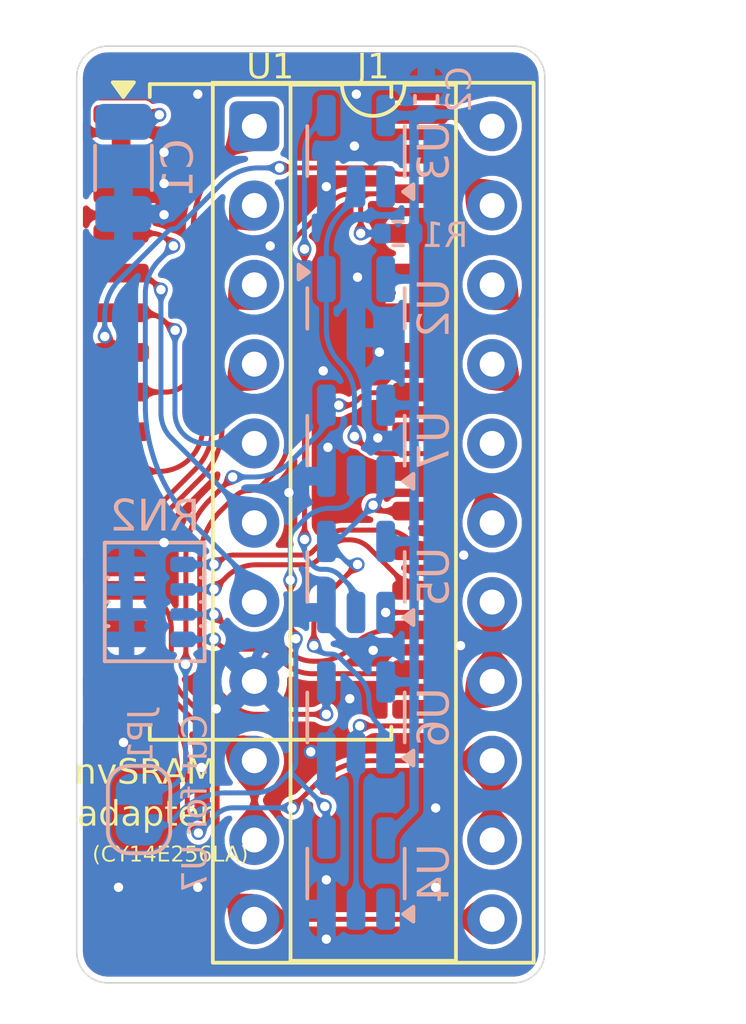
<source format=kicad_pcb>
(kicad_pcb
	(version 20241229)
	(generator "pcbnew")
	(generator_version "9.0")
	(general
		(thickness 1.6)
		(legacy_teardrops no)
	)
	(paper "A4")
	(layers
		(0 "F.Cu" signal)
		(2 "B.Cu" signal)
		(9 "F.Adhes" user "F.Adhesive")
		(11 "B.Adhes" user "B.Adhesive")
		(13 "F.Paste" user)
		(15 "B.Paste" user)
		(5 "F.SilkS" user "F.Silkscreen")
		(7 "B.SilkS" user "B.Silkscreen")
		(1 "F.Mask" user)
		(3 "B.Mask" user)
		(17 "Dwgs.User" user "User.Drawings")
		(19 "Cmts.User" user "User.Comments")
		(21 "Eco1.User" user "User.Eco1")
		(23 "Eco2.User" user "User.Eco2")
		(25 "Edge.Cuts" user)
		(27 "Margin" user)
		(31 "F.CrtYd" user "F.Courtyard")
		(29 "B.CrtYd" user "B.Courtyard")
		(35 "F.Fab" user)
		(33 "B.Fab" user)
		(39 "User.1" user)
		(41 "User.2" user)
		(43 "User.3" user)
		(45 "User.4" user)
	)
	(setup
		(stackup
			(layer "F.SilkS"
				(type "Top Silk Screen")
			)
			(layer "F.Paste"
				(type "Top Solder Paste")
			)
			(layer "F.Mask"
				(type "Top Solder Mask")
				(thickness 0.01)
			)
			(layer "F.Cu"
				(type "copper")
				(thickness 0.035)
			)
			(layer "dielectric 1"
				(type "core")
				(thickness 1.51)
				(material "FR4")
				(epsilon_r 4.5)
				(loss_tangent 0.02)
			)
			(layer "B.Cu"
				(type "copper")
				(thickness 0.035)
			)
			(layer "B.Mask"
				(type "Bottom Solder Mask")
				(thickness 0.01)
			)
			(layer "B.Paste"
				(type "Bottom Solder Paste")
			)
			(layer "B.SilkS"
				(type "Bottom Silk Screen")
			)
			(copper_finish "None")
			(dielectric_constraints no)
		)
		(pad_to_mask_clearance 0)
		(allow_soldermask_bridges_in_footprints no)
		(tenting front back)
		(pcbplotparams
			(layerselection 0x00000000_00000000_55555555_5755f5ff)
			(plot_on_all_layers_selection 0x00000000_00000000_00000000_00000000)
			(disableapertmacros no)
			(usegerberextensions no)
			(usegerberattributes yes)
			(usegerberadvancedattributes yes)
			(creategerberjobfile yes)
			(dashed_line_dash_ratio 12.000000)
			(dashed_line_gap_ratio 3.000000)
			(svgprecision 4)
			(plotframeref no)
			(mode 1)
			(useauxorigin no)
			(hpglpennumber 1)
			(hpglpenspeed 20)
			(hpglpendiameter 15.000000)
			(pdf_front_fp_property_popups yes)
			(pdf_back_fp_property_popups yes)
			(pdf_metadata yes)
			(pdf_single_document no)
			(dxfpolygonmode yes)
			(dxfimperialunits yes)
			(dxfusepcbnewfont yes)
			(psnegative no)
			(psa4output no)
			(plot_black_and_white yes)
			(sketchpadsonfab no)
			(plotpadnumbers no)
			(hidednponfab no)
			(sketchdnponfab yes)
			(crossoutdnponfab yes)
			(subtractmaskfromsilk no)
			(outputformat 1)
			(mirror no)
			(drillshape 1)
			(scaleselection 1)
			(outputdirectory "")
		)
	)
	(net 0 "")
	(net 1 "/D0")
	(net 2 "/A7")
	(net 3 "/D1")
	(net 4 "/A1")
	(net 5 "/A2")
	(net 6 "/D2")
	(net 7 "/D3")
	(net 8 "/A3")
	(net 9 "/R{slash}W")
	(net 10 "/OD")
	(net 11 "/A6")
	(net 12 "/A4")
	(net 13 "/A0")
	(net 14 "/A5")
	(net 15 "unconnected-(U1-NC-Pad24)")
	(net 16 "unconnected-(U1-NC-Pad9)")
	(net 17 "unconnected-(U1-~{HSB}-Pad31)")
	(net 18 "Net-(U1-VCAP)")
	(net 19 "GND")
	(net 20 "+5V")
	(net 21 "/~{CE_{1}}")
	(net 22 "/CE_{2}")
	(net 23 "Net-(JP1-A)")
	(net 24 "/~{OE}")
	(net 25 "/~{WE}")
	(net 26 "Net-(RN2-R2.1)")
	(net 27 "Net-(RN2-R4.1)")
	(net 28 "Net-(RN2-R3.1)")
	(net 29 "Net-(RN2-R1.1)")
	(net 30 "/~{CE}")
	(net 31 "Net-(U3-Pad4)")
	(footprint "Package_DIP:DIP-22_W7.62mm_Socket" (layer "F.Cu") (at 68.6925 52.565))
	(footprint "Package_SO:SOIC-32_7.518x20.777mm_P1.27mm" (layer "F.Cu") (at 69.2125 61.715))
	(footprint "PCM_Resistor_SMD_AKL:R_Array_Convex_4x0603" (layer "B.Cu") (at 65.5 67.8 180))
	(footprint "Package_TO_SOT_SMD:SOT-23-5" (layer "B.Cu") (at 71.95 76.5 90))
	(footprint "Capacitor_SMD:C_0402_1005Metric" (layer "B.Cu") (at 74.2 51.7 90))
	(footprint "Package_TO_SOT_SMD:SOT-23-5" (layer "B.Cu") (at 71.95 53.3625 90))
	(footprint "Package_TO_SOT_SMD:SOT-23-5" (layer "B.Cu") (at 71.95 62.6375 90))
	(footprint "Package_TO_SOT_SMD:SOT-23" (layer "B.Cu") (at 71.95 58.4 -90))
	(footprint "Jumper:SolderJumper-2_P1.3mm_Bridged_RoundedPad1.0x1.5mm" (layer "B.Cu") (at 65 74.45 90))
	(footprint "Package_TO_SOT_SMD:SOT-23-5" (layer "B.Cu") (at 71.95 67 90))
	(footprint "Package_TO_SOT_SMD:SOT-23-5" (layer "B.Cu") (at 71.95 71.5 90))
	(footprint "Resistor_SMD:R_0402_1005Metric" (layer "B.Cu") (at 73.3 56 180))
	(footprint "Capacitor_SMD:C_1206_3216Metric" (layer "B.Cu") (at 64.5 53.9 -90))
	(gr_arc
		(start 63 51)
		(mid 63.292893 50.292893)
		(end 64 50)
		(stroke
			(width 0.05)
			(type default)
		)
		(layer "Edge.Cuts")
		(uuid "056ed8e8-e117-4bd4-89ee-bb40e81e316a")
	)
	(gr_arc
		(start 78 79)
		(mid 77.707107 79.707107)
		(end 77 80)
		(stroke
			(width 0.05)
			(type default)
		)
		(layer "Edge.Cuts")
		(uuid "34761677-6265-43b0-b6b6-529a5ebbaecc")
	)
	(gr_arc
		(start 64 80)
		(mid 63.292893 79.707107)
		(end 63 79)
		(stroke
			(width 0.05)
			(type default)
		)
		(layer "Edge.Cuts")
		(uuid "5739b042-5739-4f75-b139-b7150b3ad5f5")
	)
	(gr_line
		(start 63 79)
		(end 63 51)
		(stroke
			(width 0.05)
			(type default)
		)
		(layer "Edge.Cuts")
		(uuid "6aad393a-d15b-4878-9956-feab8884d8ca")
	)
	(gr_line
		(start 78 51)
		(end 78 79)
		(stroke
			(width 0.05)
			(type default)
		)
		(layer "Edge.Cuts")
		(uuid "87d575fb-2664-46f5-854a-cdb3fc41d436")
	)
	(gr_line
		(start 77 80)
		(end 64 80)
		(stroke
			(width 0.05)
			(type default)
		)
		(layer "Edge.Cuts")
		(uuid "b83f3d2a-be5f-43bc-a4d8-adcf806d1191")
	)
	(gr_line
		(start 64 50)
		(end 77 50)
		(stroke
			(width 0.05)
			(type default)
		)
		(layer "Edge.Cuts")
		(uuid "bd839f92-1b0e-49cb-896b-0bc41a3eff23")
	)
	(gr_arc
		(start 77 50)
		(mid 77.707107 50.292893)
		(end 78 51)
		(stroke
			(width 0.05)
			(type default)
		)
		(layer "Edge.Cuts")
		(uuid "eedd5cb5-6021-4b9d-b045-761556039efc")
	)
	(gr_text "(CY14E256LA)"
		(at 63.5 76.2 0)
		(layer "F.SilkS")
		(uuid "2fcb2b79-1aa8-4cf0-ad76-670b5f853c6d")
		(effects
			(font
				(face "Oswald")
				(size 0.5 0.5)
				(thickness 0.1)
			)
			(justify left bottom)
		)
		(render_cache "(CY14E256LA)" 0
			(polygon
				(pts
					(xy 63.687609 76.250799) (xy 63.657579 76.247211) (xy 63.63291 76.237738) (xy 63.612445 76.222575)
					(xy 63.595529 76.201095) (xy 63.57873 76.167296) (xy 63.566224 76.127509) (xy 63.558435 76.080714)
					(xy 63.553147 76.004179) (xy 63.551107 75.897288) (xy 63.55315 75.789815) (xy 63.558435 75.71322)
					(xy 63.566216 75.666403) (xy 63.578718 75.626485) (xy 63.595529 75.592472) (xy 63.612475 75.570847)
					(xy 63.632943 75.555711) (xy 63.657593 75.546398) (xy 63.687609 75.543105) (xy 63.687609 75.59351)
					(xy 63.674548 75.596041) (xy 63.663211 75.602969) (xy 63.653089 75.615096) (xy 63.644194 75.634116)
					(xy 63.63319 75.676402) (xy 63.6267 75.731416) (xy 63.624168 75.793089) (xy 63.623189 75.879794)
					(xy 63.623189 75.929497) (xy 63.62425 76.010542) (xy 63.627036 76.070211) (xy 63.633856 76.123611)
					(xy 63.644897 76.163299) (xy 63.653646 76.180845) (xy 63.663583 76.192155) (xy 63.67474 76.198685)
					(xy 63.687609 76.201095)
				)
			)
			(polygon
				(pts
					(xy 63.894788 76.121289) (xy 63.860523 76.118911) (xy 63.832567 76.112322) (xy 63.809792 76.102095)
					(xy 63.791302 76.088454) (xy 63.776482 76.07125) (xy 63.762356 76.045835) (xy 63.751629 76.015034)
					(xy 63.744692 75.977824) (xy 63.742197 75.933008) (xy 63.742197 75.73279) (xy 63.744723 75.685101)
					(xy 63.751644 75.646645) (xy 63.762167 75.615859) (xy 63.77578 75.591404) (xy 63.790238 75.574961)
					(xy 63.808544 75.561818) (xy 63.831381 75.551886) (xy 63.859727 75.545442) (xy 63.894788 75.543105)
					(xy 63.933044 75.54615) (xy 63.962984 75.554471) (xy 63.986323 75.567276) (xy 64.00433 75.584412)
					(xy 64.017933 75.605607) (xy 64.028322 75.632163) (xy 64.035109 75.665232) (xy 64.037578 75.706198)
					(xy 64.037578 75.750986) (xy 63.962687 75.750986) (xy 63.962687 75.711113) (xy 63.96167 75.674194)
					(xy 63.959176 75.650908) (xy 63.952855 75.63177) (xy 63.941346 75.617294) (xy 63.930982 75.610768)
					(xy 63.91619 75.606362) (xy 63.89549 75.604685) (xy 63.874401 75.606463) (xy 63.858852 75.611207)
					(xy 63.847527 75.618362) (xy 63.834704 75.634233) (xy 63.826857 75.656159) (xy 63.823356 75.682356)
					(xy 63.821973 75.720914) (xy 63.821973 75.945587) (xy 63.823973 75.986624) (xy 63.828964 76.013517)
					(xy 63.838612 76.035177) (xy 63.85174 76.048504) (xy 63.86944 76.056105) (xy 63.89549 76.059007)
					(xy 63.915151 76.057285) (xy 63.929671 76.052679) (xy 63.940278 76.045696) (xy 63.95208 76.030323)
					(xy 63.95884 76.009303) (xy 63.961592 75.984092) (xy 63.962687 75.946289) (xy 63.962687 75.90431)
					(xy 64.037578 75.90431) (xy 64.037578 75.946289) (xy 64.035211 75.989544) (xy 64.028694 76.02475)
					(xy 64.018724 76.053243) (xy 64.005735 76.076165) (xy 63.988109 76.094921) (xy 63.964769 76.108874)
					(xy 63.934319 76.117951)
				)
			)
			(polygon
				(pts
					(xy 64.2 75.914812) (xy 64.077481 75.54799) (xy 64.150998 75.54799) (xy 64.237796 75.821694) (xy 64.323189 75.54799)
					(xy 64.397378 75.54799) (xy 64.275593 75.914812) (xy 64.275593 76.115) (xy 64.2 76.115)
				)
			)
			(polygon
				(pts
					(xy 64.525362 75.645992) (xy 64.519746 75.648094) (xy 64.482985 75.655792) (xy 64.426657 75.666295)
					(xy 64.426657 75.6096) (xy 64.469988 75.596682) (xy 64.502612 75.58186) (xy 64.526578 75.565576)
					(xy 64.543558 75.54799) (xy 64.600252 75.54799) (xy 64.600252 76.115) (xy 64.525362 76.115)
				)
			)
			(polygon
				(pts
					(xy 64.946528 75.896585) (xy 65.010214 75.896585) (xy 65.010214 75.963111) (xy 64.946528 75.963111)
					(xy 64.946528 76.115) (xy 64.875117 76.115) (xy 64.875117 75.963111) (xy 64.71062 75.963111) (xy 64.71062 75.896585)
					(xy 64.782732 75.896585) (xy 64.875117 75.896585) (xy 64.875117 75.639001) (xy 64.782732 75.896585)
					(xy 64.71062 75.896585) (xy 64.71062 75.884709) (xy 64.858326 75.54799) (xy 64.946528 75.54799)
				)
			)
			(polygon
				(pts
					(xy 65.064741 75.54799) (xy 65.28456 75.54799) (xy 65.28456 75.606791) (xy 65.143845 75.606791)
					(xy 65.143845 75.7944) (xy 65.257968 75.7944) (xy 65.257968 75.850393) (xy 65.143845 75.850393)
					(xy 65.143845 76.058305) (xy 65.285964 76.058305) (xy 65.285964 76.115) (xy 65.064741 76.115)
				)
			)
			(polygon
				(pts
					(xy 65.334141 76.061785) (xy 65.478336 75.837112) (xy 65.492349 75.816107) (xy 65.514613 75.778221)
					(xy 65.528039 75.751017) (xy 65.536258 75.723489) (xy 65.539244 75.688704) (xy 65.537502 75.661798)
					(xy 65.53285 75.641497) (xy 65.525933 75.626392) (xy 65.515466 75.61453) (xy 65.50141 75.607297)
					(xy 65.482549 75.604685) (xy 65.4629 75.607316) (xy 65.447267 75.614764) (xy 65.434653 75.627151)
					(xy 65.42474 75.645596) (xy 65.417947 75.672033) (xy 65.415352 75.709007) (xy 65.415352 75.727905)
					(xy 65.34043 75.727905) (xy 65.34043 75.708305) (xy 65.342848 75.667768) (xy 65.34953 75.634641)
					(xy 65.359816 75.607674) (xy 65.373342 75.585817) (xy 65.391301 75.567879) (xy 65.414102 75.554664)
					(xy 65.442837 75.546182) (xy 65.479038 75.543105) (xy 65.512476 75.545808) (xy 65.539812 75.55334)
					(xy 65.562206 75.565174) (xy 65.580521 75.581268) (xy 65.59486 75.601134) (xy 65.605545 75.62518)
					(xy 65.612384 75.654251) (xy 65.614837 75.689406) (xy 65.612719 75.722633) (xy 65.606777 75.75065)
					(xy 65.597677 75.776437) (xy 65.587543 75.797209) (xy 65.552555 75.853202) (xy 65.422343 76.051985)
					(xy 65.601557 76.051985) (xy 65.601557 76.115) (xy 65.334141 76.115)
				)
			)
			(polygon
				(pts
					(xy 65.81017 76.120587) (xy 65.773454 76.117541) (xy 65.744684 76.109201) (xy 65.722201 76.09631)
					(xy 65.70481 76.078943) (xy 65.691838 76.057676) (xy 65.681877 76.030932) (xy 65.675347 75.997536)
					(xy 65.672967 75.956089) (xy 65.747858 75.956089) (xy 65.749518 75.987761) (xy 65.754025 76.012806)
					(xy 65.760803 76.032415) (xy 65.768673 76.044795) (xy 65.779307 76.053562) (xy 65.793252 76.059097)
					(xy 65.811544 76.061113) (xy 65.829921 76.059035) (xy 65.843793 76.053343) (xy 65.854256 76.044322)
					(xy 65.86545 76.025482) (xy 65.872117 75.99987) (xy 65.874877 75.96988) (xy 65.875963 75.925986)
					(xy 65.874677 75.885439) (xy 65.871414 75.857751) (xy 65.864232 75.83443) (xy 65.853188 75.81855)
					(xy 65.843236 75.811306) (xy 65.829935 75.806629) (xy 65.812247 75.804903) (xy 65.791818 75.808251)
					(xy 65.774114 75.818214) (xy 65.759732 75.833171) (xy 65.749262 75.851797) (xy 65.685546 75.851797)
					(xy 65.685546 75.54799) (xy 65.929849 75.54799) (xy 65.929849 75.622911) (xy 65.753445 75.622911)
					(xy 65.74856 75.779685) (xy 65.764554 75.766189) (xy 65.78316 75.756437) (xy 65.80489 75.750352)
					(xy 65.830443 75.748208) (xy 65.86236 75.751337) (xy 65.887572 75.759997) (xy 65.907543 75.773673)
					(xy 65.923194 75.79266) (xy 65.934499 75.815049) (xy 65.943169 75.842443) (xy 65.948814 75.875791)
					(xy 65.950854 75.916186) (xy 65.948511 75.965716) (xy 65.942043 76.006435) (xy 65.932156 76.039698)
					(xy 65.919347 76.0667) (xy 65.905309 76.085672) (xy 65.887982 76.100391) (xy 65.866911 76.111225)
					(xy 65.84132 76.118117)
				)
			)
			(polygon
				(pts
					(xy 66.185911 75.54562) (xy 66.213137 75.55266) (xy 66.235776 75.563746) (xy 66.254601 75.578795)
					(xy 66.269696 75.597606) (xy 66.281037 75.620354) (xy 66.288526 75.647819) (xy 66.291695 75.68101)
					(xy 66.292397 75.689406) (xy 66.216804 75.689406) (xy 66.214913 75.660584) (xy 66.209971 75.639881)
					(xy 66.202791 75.625354) (xy 66.191837 75.614391) (xy 66.175888 75.607336) (xy 66.153087 75.604685)
					(xy 66.135161 75.607429) (xy 66.120507 75.615378) (xy 66.108269 75.629069) (xy 66.098342 75.650196)
					(xy 66.091389 75.681351) (xy 66.088699 75.725799) (xy 66.088699 75.811894) (xy 66.102221 75.795813)
					(xy 66.121244 75.783196) (xy 66.143861 75.775443) (xy 66.171314 75.772693) (xy 66.204153 75.775727)
					(xy 66.229914 75.784075) (xy 66.250126 75.797131) (xy 66.265806 75.815039) (xy 66.277184 75.836418)
					(xy 66.285958 75.863046) (xy 66.29171 75.895992) (xy 66.293802 75.936489) (xy 66.291368 75.978555)
					(xy 66.284526 76.014317) (xy 66.273802 76.044714) (xy 66.259486 76.070547) (xy 66.240357 76.092416)
					(xy 66.216917 76.108035) (xy 66.188289 76.117803) (xy 66.153087 76.121289) (xy 66.119097 76.117813)
					(xy 66.091092 76.108005) (xy 66.067805 76.092184) (xy 66.04846 76.069845) (xy 66.033969 76.043645)
					(xy 66.023143 76.012992) (xy 66.016253 75.977117) (xy 66.013808 75.935115) (xy 66.013808 75.867887)
					(xy 66.088699 75.867887) (xy 66.088699 75.952609) (xy 66.090615 75.984625) (xy 66.095835 76.010004)
					(xy 66.10375 76.029972) (xy 66.115965 76.046142) (xy 66.131988 76.055647) (xy 66.153087 76.059007)
					(xy 66.174703 76.055651) (xy 66.190943 76.046218) (xy 66.203157 76.030308) (xy 66.211097 76.010584)
					(xy 66.216305 75.985755) (xy 66.218209 75.954685) (xy 66.217214 75.9142) (xy 66.214698 75.886816)
					(xy 66.208388 75.86342) (xy 66.197204 75.845508) (xy 66.186764 75.836944) (xy 66.172483 75.831431)
					(xy 66.153087 75.829388) (xy 66.132513 75.832249) (xy 66.114955 75.840593) (xy 66.100075 75.85311)
					(xy 66.088699 75.867887) (xy 66.013808 75.867887) (xy 66.013808 75.743995) (xy 66.01614 75.697315)
					(xy 66.022648 75.658076) (xy 66.032731 75.625195) (xy 66.045987 75.597724) (xy 66.06036 75.578296)
					(xy 66.07773 75.563342) (xy 66.098479 75.552433) (xy 66.123289 75.545553) (xy 66.153087 75.543105)
				)
			)
			(polygon
				(pts
					(xy 66.368998 75.54799) (xy 66.448102 75.54799) (xy 66.448102 76.058305) (xy 66.592999 76.058305)
					(xy 66.592999 76.115) (xy 66.368998 76.115)
				)
			)
			(polygon
				(pts
					(xy 66.933474 76.115) (xy 66.858583 76.115) (xy 66.832663 75.972209) (xy 66.717166 75.972209) (xy 66.689872 76.115)
					(xy 66.615683 76.115) (xy 66.658036 75.915514) (xy 66.727669 75.915514) (xy 66.82216 75.915514)
					(xy 66.774563 75.660006) (xy 66.727669 75.915514) (xy 66.658036 75.915514) (xy 66.736065 75.54799)
					(xy 66.81236 75.54799)
				)
			)
			(polygon
				(pts
					(xy 66.967057 76.200393) (xy 66.980127 76.197866) (xy 66.991524 76.19094) (xy 67.001752 76.178809)
					(xy 67.010807 76.159788) (xy 67.02207 76.117418) (xy 67.028637 76.062151) (xy 67.031171 76.000159)
					(xy 67.032148 75.913408) (xy 67.032148 75.864406) (xy 67.031087 75.783338) (xy 67.028301 75.723692)
					(xy 67.021409 75.670314) (xy 67.010105 75.630605) (xy 67.001196 75.613056) (xy 66.991151 75.601742)
					(xy 66.979934 75.595215) (xy 66.967057 75.592808) (xy 66.967057 75.543105) (xy 66.997461 75.546394)
					(xy 67.022326 75.555673) (xy 67.042869 75.570704) (xy 67.059778 75.592106) (xy 67.076593 75.625907)
					(xy 67.089109 75.665704) (xy 67.096903 75.712518) (xy 67.102212 75.789025) (xy 67.104261 75.895914)
					(xy 67.10221 76.003391) (xy 67.096903 76.080012) (xy 67.089119 76.126806) (xy 67.076607 76.166714)
					(xy 67.059778 76.200729) (xy 67.042853 76.22235) (xy 67.022291 76.237624) (xy 66.997422 76.247178)
					(xy 66.967057 76.250799)
				)
			)
		)
	)
	(gr_text "nvSRAM\nadapter"
		(at 65.2 75.1 0)
		(layer "F.SilkS")
		(uuid "c49280d5-001c-4254-b347-4fe0552e2a9a")
		(effects
			(font
				(face "Oswald")
				(size 0.8 0.8)
				(thickness 0.1)
			)
			(justify bottom)
		)
		(render_cache "nvSRAM\nadapter" 0
			(polygon
				(pts
					(xy 63.599623 72.972658) (xy 63.719449 72.972658) (xy 63.719449 73.036503) (xy 63.760754 73.00294)
					(xy 63.800412 72.980592) (xy 63.839034 72.967827) (xy 63.877376 72.96367) (xy 63.91032 72.968272)
					(xy 63.93459 72.98097) (xy 63.952407 73.001772) (xy 63.964485 73.028036) (xy 63.972119 73.059067)
					(xy 63.974829 73.095854) (xy 63.974829 73.62) (xy 63.855003 73.62) (xy 63.855003 73.130537) (xy 63.851762 73.096346)
					(xy 63.843768 73.07568) (xy 63.828981 73.062639) (xy 63.803468 73.057752) (xy 63.780722 73.061422)
					(xy 63.753258 73.073853) (xy 63.719449 73.098101) (xy 63.719449 73.62) (xy 63.599623 73.62)
				)
			)
			(polygon
				(pts
					(xy 64.047564 72.972658) (xy 64.168513 72.972658) (xy 64.248039 73.493433) (xy 64.328688 72.972658)
					(xy 64.445143 72.972658) (xy 64.321947 73.62) (xy 64.175255 73.62)
				)
			)
			(polygon
				(pts
					(xy 64.745904 73.630062) (xy 64.689483 73.625169) (xy 64.642807 73.61143) (xy 64.603995 73.589603)
					(xy 64.57171 73.559525) (xy 64.546229 73.522973) (xy 64.526365 73.479371) (xy 64.512409 73.427469)
					(xy 64.50508 73.365743) (xy 64.61709 73.335505) (xy 64.623969 73.393334) (xy 64.635631 73.439747)
					(xy 64.651235 73.476678) (xy 64.667913 73.500234) (xy 64.688649 73.516668) (xy 64.714176 73.526805)
					(xy 64.745904 73.530411) (xy 64.777611 73.52701) (xy 64.801837 73.517683) (xy 64.820349 73.502958)
					(xy 64.833772 73.483187) (xy 64.842397 73.457453) (xy 64.845555 73.424019) (xy 64.842698 73.387304)
					(xy 64.83468 73.356685) (xy 64.82201 73.33106) (xy 64.793692 73.29452) (xy 64.747027 73.249288)
					(xy 64.594668 73.114856) (xy 64.554289 73.072019) (xy 64.528039 73.028101) (xy 64.51696 72.996429)
					(xy 64.509862 72.958874) (xy 64.507327 72.914382) (xy 64.511302 72.864918) (xy 64.522477 72.82361)
					(xy 64.540191 72.788966) (xy 64.564431 72.759874) (xy 64.594488 72.736533) (xy 64.629731 72.719483)
					(xy 64.671167 72.708763) (xy 64.720112 72.704968) (xy 64.773899 72.70906) (xy 64.817725 72.720422)
					(xy 64.853445 72.738161) (xy 64.882484 72.762072) (xy 64.905543 72.79184) (xy 64.92461 72.830022)
					(xy 64.939259 72.878378) (xy 64.948625 72.93905) (xy 64.841109 72.968164) (xy 64.834485 72.915415)
					(xy 64.823896 72.875387) (xy 64.810286 72.845554) (xy 64.79002 72.822317) (xy 64.76102 72.807794)
					(xy 64.720112 72.802421) (xy 64.688969 72.805547) (xy 64.664867 72.814133) (xy 64.646204 72.827627)
					(xy 64.63247 72.846) (xy 64.623682 72.870218) (xy 64.62046 72.902072) (xy 64.624063 72.940404)
					(xy 64.633894 72.969874) (xy 64.651078 72.996193) (xy 64.679811 73.025268) (xy 64.833245 73.159699)
					(xy 64.88722 73.215336) (xy 64.927864 73.273907) (xy 64.947267 73.316218) (xy 64.959109 73.362593)
					(xy 64.963182 73.413907) (xy 64.959065 73.463112) (xy 64.947377 73.505005) (xy 64.928639 73.54092)
					(xy 64.902707 73.571835) (xy 64.870826 73.596933) (xy 64.83466 73.614984) (xy 64.793386 73.626158)
				)
			)
			(polygon
				(pts
					(xy 65.314066 72.717086) (xy 65.369408 72.728773) (xy 65.41254 72.746446) (xy 65.445806 72.769351)
					(xy 65.472341 72.799583) (xy 65.492359 72.838817) (xy 65.505439 72.889216) (xy 65.510237 72.953607)
					(xy 65.506245 73.014669) (xy 65.495384 73.06259) (xy 65.478901 73.099895) (xy 65.457399 73.128622)
					(xy 65.430775 73.15019) (xy 65.398227 73.165268) (xy 65.527041 73.62) (xy 65.40492 73.62) (xy 65.286218 73.194382)
					(xy 65.187641 73.194382) (xy 65.187641 73.62) (xy 65.061075 73.62) (xy 65.061075 73.10367) (xy 65.187641 73.10367)
					(xy 65.235806 73.10367) (xy 65.289557 73.099296) (xy 65.327167 73.087906) (xy 65.352847 73.071186)
					(xy 65.370887 73.046856) (xy 65.383285 73.009386) (xy 65.388116 72.953607) (xy 65.384621 72.900754)
					(xy 65.375806 72.86568) (xy 65.358785 72.838026) (xy 65.332135 72.818639) (xy 65.297217 72.807795)
					(xy 65.24367 72.803496) (xy 65.187641 72.803496) (xy 65.187641 73.10367) (xy 65.061075 73.10367)
					(xy 65.061075 72.712784) (xy 65.24367 72.712784)
				)
			)
			(polygon
				(pts
					(xy 66.101012 73.62) (xy 65.981186 73.62) (xy 65.939714 73.391535) (xy 65.75492 73.391535) (xy 65.711249 73.62)
					(xy 65.592547 73.62) (xy 65.660311 73.300823) (xy 65.771724 73.300823) (xy 65.92291 73.300823)
					(xy 65.846755 72.892009) (xy 65.771724 73.300823) (xy 65.660311 73.300823) (xy 65.785157 72.712784)
					(xy 65.907229 72.712784)
				)
			)
			(polygon
				(pts
					(xy 66.207404 72.712784) (xy 66.331724 72.712784) (xy 66.491849 73.448639) (xy 66.653147 72.712784)
					(xy 66.776343 72.712784) (xy 66.793147 73.62) (xy 66.6912 73.62) (xy 66.681137 72.961423) (xy 66.527704 73.62)
					(xy 66.456043 73.62) (xy 66.303684 72.961423) (xy 66.293622 73.62) (xy 66.1906 73.62)
				)
			)
			(polygon
				(pts
					(xy 63.930197 74.311394) (xy 63.966968 74.321616) (xy 63.995965 74.337427) (xy 64.018646 74.358668)
					(xy 64.035747 74.384857) (xy 64.048877 74.418137) (xy 64.057502 74.460095) (xy 64.060656 74.512639)
					(xy 64.060656 74.808319) (xy 64.063351 74.882213) (xy 64.071842 74.964) (xy 63.962079 74.964) (xy 63.946399 74.868794)
					(xy 63.928 74.909194) (xy 63.899895 74.942702) (xy 63.876318 74.959247) (xy 63.848535 74.969381)
					(xy 63.815387 74.972939) (xy 63.780176 74.96761) (xy 63.748709 74.95169) (xy 63.722424 74.927232)
					(xy 63.702254 74.895709) (xy 63.689638 74.86008) (xy 63.68545 74.822876) (xy 63.688408 74.785898)
					(xy 63.805275 74.785898) (xy 63.809339 74.823368) (xy 63.819832 74.848082) (xy 63.837569 74.86436)
					(xy 63.862428 74.869917) (xy 63.885022 74.865548) (xy 63.908297 74.851452) (xy 63.928486 74.832455)
					(xy 63.94083 74.816184) (xy 63.94083 74.632464) (xy 63.866336 74.678968) (xy 63.8421 74.700254)
					(xy 63.822616 74.724348) (xy 63.809768 74.752055) (xy 63.805275 74.785898) (xy 63.688408 74.785898)
					(xy 63.689439 74.773012) (xy 63.700535 74.732354) (xy 63.717934 74.699143) (xy 63.741629 74.669517)
					(xy 63.769138 74.64441) (xy 63.800781 74.623525) (xy 63.856554 74.595605) (xy 63.94083 74.55968)
					(xy 63.94083 74.513762) (xy 63.936911 74.454771) (xy 63.927934 74.423588) (xy 63.917015 74.409455)
					(xy 63.900396 74.400586) (xy 63.875861 74.397258) (xy 63.851614 74.400816) (xy 63.833558 74.41072)
					(xy 63.820104 74.427209) (xy 63.811024 74.45225) (xy 63.807522 74.489143) (xy 63.807522 74.521578)
					(xy 63.68882 74.517133) (xy 63.693412 74.462476) (xy 63.703742 74.419184) (xy 63.718806 74.385154)
					(xy 63.738108 74.358668) (xy 63.763109 74.337484) (xy 63.794647 74.321639) (xy 63.834196 74.311393)
					(xy 63.883677 74.30767)
				)
			)
			(polygon
				(pts
					(xy 64.549727 74.964) (xy 64.429902 74.964) (xy 64.429902 74.922576) (xy 64.396107 74.951419) (xy 64.361746 74.967632)
					(xy 64.325708 74.972939) (xy 64.284857 74.968768) (xy 64.2517 74.957072) (xy 64.224587 74.938315)
					(xy 64.202512 74.911927) (xy 64.187285 74.88148) (xy 64.174951 74.839693) (xy 64.166509 74.783587)
					(xy 64.163335 74.709743) (xy 64.163335 74.5843) (xy 64.165774 74.537258) (xy 64.283161 74.537258)
					(xy 64.283161 74.719854) (xy 64.287402 74.793394) (xy 64.297718 74.838556) (xy 64.310846 74.861148)
					(xy 64.329657 74.874206) (xy 64.355994 74.878856) (xy 64.391259 74.873067) (xy 64.429902 74.854237)
					(xy 64.429902 74.429743) (xy 64.401254 74.41337) (xy 64.376142 74.404499) (xy 64.353747 74.401752)
					(xy 64.330753 74.406088) (xy 64.312514 74.418842) (xy 64.297849 74.441828) (xy 64.287346 74.479299)
					(xy 64.283161 74.537258) (xy 64.165774 74.537258) (xy 64.167784 74.498489) (xy 64.179734 74.432174)
					(xy 64.19748 74.381627) (xy 64.218091 74.349293) (xy 64.24486 74.326725) (xy 64.278884 74.312708)
					(xy 64.322386 74.30767) (xy 64.358516 74.312911) (xy 64.393991 74.329092) (xy 64.429902 74.358082)
					(xy 64.429902 74.056784) (xy 64.549727 74.056784)
				)
			)
			(polygon
				(pts
					(xy 64.901698 74.311394) (xy 64.938469 74.321616) (xy 64.967465 74.337427) (xy 64.990146 74.358668)
					(xy 65.007247 74.384857) (xy 65.020377 74.418137) (xy 65.029002 74.460095) (xy 65.032156 74.512639)
					(xy 65.032156 74.808319) (xy 65.034851 74.882213) (xy 65.043342 74.964) (xy 64.933579 74.964) (xy 64.917899 74.868794)
					(xy 64.899501 74.909194) (xy 64.871395 74.942702) (xy 64.847818 74.959247) (xy 64.820035 74.969381)
					(xy 64.786887 74.972939) (xy 64.751676 74.96761) (xy 64.720209 74.95169) (xy 64.693924 74.927232)
					(xy 64.673754 74.895709) (xy 64.661138 74.86008) (xy 64.65695 74.822876) (xy 64.659908 74.785898)
					(xy 64.776776 74.785898) (xy 64.78084 74.823368) (xy 64.791332 74.848082) (xy 64.809069 74.86436)
					(xy 64.833928 74.869917) (xy 64.856522 74.865548) (xy 64.879797 74.851452) (xy 64.899986 74.832455)
					(xy 64.91233 74.816184) (xy 64.91233 74.632464) (xy 64.837836 74.678968) (xy 64.8136 74.700254)
					(xy 64.794117 74.724348) (xy 64.781268 74.752055) (xy 64.776776 74.785898) (xy 64.659908 74.785898)
					(xy 64.660939 74.773012) (xy 64.672035 74.732354) (xy 64.689434 74.699143) (xy 64.713129 74.669517)
					(xy 64.740638 74.64441) (xy 64.772281 74.623525) (xy 64.828055 74.595605) (xy 64.91233 74.55968)
					(xy 64.91233 74.513762) (xy 64.908411 74.454771) (xy 64.899434 74.423588) (xy 64.888516 74.409455)
					(xy 64.871897 74.400586) (xy 64.847362 74.397258) (xy 64.823114 74.400816) (xy 64.805059 74.41072)
					(xy 64.791604 74.427209) (xy 64.782525 74.45225) (xy 64.779023 74.489143) (xy 64.779023 74.521578)
					(xy 64.660321 74.517133) (xy 64.664913 74.462476) (xy 64.675242 74.419184) (xy 64.690307 74.385154)
					(xy 64.709609 74.358668) (xy 64.734609 74.337484) (xy 64.766147 74.321639) (xy 64.805696 74.311393)
					(xy 64.855178 74.30767)
				)
			)
			(polygon
				(pts
					(xy 65.432305 74.312806) (xy 65.464693 74.327045) (xy 65.489694 74.350035) (xy 65.508332 74.383288)
					(xy 65.524579 74.434452) (xy 65.534587 74.490051) (xy 65.538032 74.550741) (xy 65.538032 74.707496)
					(xy 65.533428 74.786225) (xy 65.520827 74.84934) (xy 65.501639 74.899617) (xy 65.480081 74.931812)
					(xy 65.4529 74.954204) (xy 65.419112 74.968014) (xy 65.376734 74.972939) (xy 65.340926 74.967184)
					(xy 65.304768 74.94908) (xy 65.266971 74.915835) (xy 65.266971 75.176784) (xy 65.147145 75.176784)
					(xy 65.147145 74.43536) (xy 65.266971 74.43536) (xy 65.266971 74.849743) (xy 65.294269 74.866046)
					(xy 65.322821 74.875638) (xy 65.353238 74.878856) (xy 65.377714 74.874125) (xy 65.394894 74.860713)
					(xy 65.406434 74.836896) (xy 65.414715 74.789214) (xy 65.418206 74.707496) (xy 65.418206 74.550741)
					(xy 65.414318 74.483258) (xy 65.404724 74.440392) (xy 65.39241 74.418789) (xy 65.374377 74.406246)
					(xy 65.348743 74.401752) (xy 65.322237 74.405222) (xy 65.295219 74.41602) (xy 65.266971 74.43536)
					(xy 65.147145 74.43536) (xy 65.147145 74.316658) (xy 65.266971 74.316658) (xy 65.266971 74.368145)
					(xy 65.295468 74.34086) (xy 65.325139 74.322283) (xy 65.35646 74.311349) (xy 65.390167 74.30767)
				)
			)
			(polygon
				(pts
					(xy 65.819057 74.972939) (xy 65.774676 74.968283) (xy 65.740897 74.955554) (xy 65.715203 74.935544)
					(xy 65.696168 74.907558) (xy 65.683699 74.869542) (xy 65.679057 74.818382) (xy 65.679057 74.396184)
					(xy 65.610718 74.396184) (xy 65.610718 74.316658) (xy 65.679057 74.316658) (xy 65.679057 74.12737)
					(xy 65.798883 74.12737) (xy 65.798883 74.316658) (xy 65.903077 74.316658) (xy 65.903077 74.396184)
					(xy 65.798883 74.396184) (xy 65.798883 74.810566) (xy 65.802546 74.846314) (xy 65.811193 74.865423)
					(xy 65.82739 74.876566) (xy 65.858283 74.881103) (xy 65.901954 74.877782) (xy 65.901954 74.966247)
					(xy 65.857889 74.971341)
				)
			)
			(polygon
				(pts
					(xy 66.221878 74.311874) (xy 66.260249 74.323136) (xy 66.28859 74.340154) (xy 66.311643 74.36411)
					(xy 66.329209 74.394132) (xy 66.341249 74.431452) (xy 66.350485 74.495315) (xy 66.354145 74.589917)
					(xy 66.354145 74.642576) (xy 66.098764 74.642576) (xy 66.098764 74.772464) (xy 66.101164 74.812054)
					(xy 66.107337 74.839599) (xy 66.116106 74.858145) (xy 66.129604 74.872483) (xy 66.147598 74.881289)
					(xy 66.171598 74.884474) (xy 66.195394 74.881193) (xy 66.211895 74.872359) (xy 66.223084 74.858145)
					(xy 66.232603 74.828108) (xy 66.236517 74.778082) (xy 66.236517 74.738856) (xy 66.353021 74.738856)
					(xy 66.353021 74.763525) (xy 66.349814 74.815193) (xy 66.340954 74.857313) (xy 66.327302 74.891529)
					(xy 66.309302 74.919205) (xy 66.285669 74.941687) (xy 66.255699 74.958334) (xy 66.217957 74.969048)
					(xy 66.170474 74.972939) (xy 66.121044 74.969285) (xy 66.08301 74.959403) (xy 66.05397 74.944411)
					(xy 66.029559 74.922844) (xy 66.010177 74.895051) (xy 65.995743 74.859854) (xy 65.983628 74.799521)
					(xy 65.978939 74.714237) (xy 65.978939 74.566421) (xy 65.980056 74.542876) (xy 66.098764 74.542876)
					(xy 66.098764 74.577607) (xy 66.236517 74.577607) (xy 66.236517 74.51938) (xy 66.232628 74.458119)
					(xy 66.223621 74.42476) (xy 66.212465 74.40939) (xy 66.195178 74.399791) (xy 66.169351 74.396184)
					(xy 66.142678 74.399871) (xy 66.125094 74.409617) (xy 66.11294 74.426133) (xy 66.104333 74.453874)
					(xy 66.100382 74.488086) (xy 66.098764 74.542876) (xy 65.980056 74.542876) (xy 65.982247 74.496665)
					(xy 65.991144 74.442505) (xy 66.004342 74.401064) (xy 66.020949 74.369854) (xy 66.044387 74.343999)
					(xy 66.075689 74.324787) (xy 66.116794 74.312278) (xy 66.170474 74.30767)
				)
			)
			(polygon
				(pts
					(xy 66.46591 74.316658) (xy 66.585736 74.316658) (xy 66.585736 74.408494) (xy 66.62173 74.359538)
					(xy 66.654612 74.331215) (xy 66.691163 74.314311) (xy 66.729106 74.308794) (xy 66.748157 74.309917)
					(xy 66.748157 74.442101) (xy 66.712706 74.431788) (xy 66.682065 74.428619) (xy 66.654235 74.432193)
					(xy 66.629993 74.442639) (xy 66.608658 74.46051) (xy 66.585736 74.491341) (xy 66.585736 74.964)
					(xy 66.46591 74.964)
				)
			)
		)
	)
	(gr_text "Cut for U7"
		(at 67.3 71.4 90)
		(layer "B.SilkS")
		(uuid "cffc528c-44c9-4c2b-b36c-8096ee5cb682")
		(effects
			(font
				(face "Oswald")
				(size 0.8 0.8)
				(thickness 0.1)
			)
			(justify left bottom mirror)
		)
		(render_cache "Cut for U7" 90
			(polygon
				(pts
					(xy 67.174062 71.697927) (xy 67.170258 71.643104) (xy 67.159716 71.598373) (xy 67.143353 71.561935)
					(xy 67.121526 71.532349) (xy 67.094 71.508639) (xy 67.053336 71.486036) (xy 67.004054 71.468873)
					(xy 66.944518 71.457775) (xy 66.872813 71.453782) (xy 66.552464 71.453782) (xy 66.476163 71.457823)
					(xy 66.414632 71.468898) (xy 66.365375 71.485733) (xy 66.326247 71.507515) (xy 66.299938 71.530647)
					(xy 66.278909 71.559937) (xy 66.263017 71.596477) (xy 66.252707 71.64183) (xy 66.248968 71.697927)
					(xy 66.25384 71.759138) (xy 66.267153 71.807041) (xy 66.287643 71.844384) (xy 66.31506 71.873196)
					(xy 66.348972 71.894959) (xy 66.39146 71.911582) (xy 66.444371 71.922441) (xy 66.509917 71.926392)
					(xy 66.581578 71.926392) (xy 66.581578 71.806566) (xy 66.517782 71.806566) (xy 66.458711 71.80494)
					(xy 66.421452 71.800949) (xy 66.390833 71.790835) (xy 66.36767 71.772421) (xy 66.35723 71.755838)
					(xy 66.350179 71.732171) (xy 66.347496 71.69905) (xy 66.350341 71.665309) (xy 66.357931 71.640431)
					(xy 66.36938 71.622309) (xy 66.394773 71.601793) (xy 66.429854 71.589239) (xy 66.471771 71.583637)
					(xy 66.533462 71.581423) (xy 66.892939 71.581423) (xy 66.958599 71.584624) (xy 67.001627 71.592609)
					(xy 67.036284 71.608047) (xy 67.057607 71.62905) (xy 67.069768 71.65737) (xy 67.074411 71.69905)
					(xy 67.071656 71.730509) (xy 67.064286 71.753741) (xy 67.053113 71.770711) (xy 67.028517 71.789595)
					(xy 66.994886 71.800411) (xy 66.954548 71.804814) (xy 66.894062 71.806566) (xy 66.826896 71.806566)
					(xy 66.826896 71.926392) (xy 66.894062 71.926392) (xy 66.96327 71.922605) (xy 67.0196 71.912177)
					(xy 67.065188 71.896226) (xy 67.101864 71.875443) (xy 67.131874 71.847241) (xy 67.154199 71.809897)
					(xy 67.168722 71.761177)
				)
			)
			(polygon
				(pts
					(xy 67.172939 72.130237) (xy 67.168344 72.097319) (xy 67.155663 72.073046) (xy 67.134886 72.055205)
					(xy 67.108591 72.043124) (xy 67.077558 72.035492) (xy 67.040803 72.032784) (xy 66.516658 72.032784)
					(xy 66.516658 72.152658) (xy 67.004949 72.152658) (xy 67.039262 72.15587) (xy 67.060392 72.163845)
					(xy 67.073851 72.178688) (xy 67.078856 72.204145) (xy 67.07519 72.226893) (xy 67.062774 72.254357)
					(xy 67.038556 72.288164) (xy 66.516658 72.288164) (xy 66.516658 72.40799) (xy 67.164 72.40799)
					(xy 67.164 72.288164) (xy 67.100154 72.288164) (xy 67.133693 72.246862) (xy 67.156027 72.207204)
					(xy 67.168784 72.168581)
				)
			)
			(polygon
				(pts
					(xy 67.172939 72.702156) (xy 67.168283 72.657775) (xy 67.155554 72.623995) (xy 67.135544 72.598301)
					(xy 67.107558 72.579267) (xy 67.069542 72.566797) (xy 67.018382 72.562156) (xy 66.596184 72.562156)
					(xy 66.596184 72.493817) (xy 66.516658 72.493817) (xy 66.516658 72.562156) (xy 66.32737 72.562156)
					(xy 66.32737 72.681981) (xy 66.516658 72.681981) (xy 66.516658 72.786175) (xy 66.596184 72.786175)
					(xy 66.596184 72.681981) (xy 67.010566 72.681981) (xy 67.046314 72.685644) (xy 67.065423 72.694291)
					(xy 67.076566 72.710488) (xy 67.081103 72.741381) (xy 67.077782 72.785052) (xy 67.166247 72.785052)
					(xy 67.171341 72.740987)
				)
			)
			(polygon
				(pts
					(xy 66.605123 73.168806) (xy 66.605123 73.091528) (xy 66.516658 73.091528) (xy 66.516658 73.168806)
					(xy 66.48305 73.168806) (xy 66.419128 73.17164) (xy 66.374949 73.178869) (xy 66.349247 73.188126)
					(xy 66.328422 73.201692) (xy 66.31169 73.219706) (xy 66.299949 73.241439) (xy 66.292166 73.270455)
					(xy 66.289268 73.308806) (xy 66.291224 73.347897) (xy 66.297133 73.387208) (xy 66.384474 73.387208)
					(xy 66.378856 73.342414) (xy 66.381516 73.321959) (xy 66.388548 73.308218) (xy 66.399617 73.299281)
					(xy 66.423284 73.291739) (xy 66.462876 73.288632) (xy 66.516658 73.288632) (xy 66.516658 73.387208)
					(xy 66.605123 73.387208) (xy 66.605123 73.288632) (xy 67.164 73.288632) (xy 67.164 73.168806)
				)
			)
			(polygon
				(pts
					(xy 66.993964 73.443969) (xy 67.042176 73.452818) (xy 67.080953 73.466311) (xy 67.111927 73.483831)
					(xy 67.137467 73.507701) (xy 67.156321 73.538776) (xy 67.168491 73.578747) (xy 67.172939 73.630034)
					(xy 67.168511 73.680672) (xy 67.156371 73.720275) (xy 67.137521 73.751195) (xy 67.111927 73.775066)
					(xy 67.08095 73.792607) (xy 67.042171 73.806115) (xy 66.993961 73.814973) (xy 66.934411 73.818199)
					(xy 66.746247 73.818199) (xy 66.686667 73.814972) (xy 66.63845 73.806112) (xy 66.599684 73.792604)
					(xy 66.568731 73.775066) (xy 66.543113 73.751192) (xy 66.524248 73.72027) (xy 66.512101 73.680668)
					(xy 66.50767 73.630034) (xy 66.596184 73.630034) (xy 66.601345 73.658993) (xy 66.615235 73.677076)
					(xy 66.636081 73.688615) (xy 66.662813 73.694954) (xy 66.739505 73.698325) (xy 66.942227 73.698325)
					(xy 67.018431 73.694954) (xy 67.044662 73.688641) (xy 67.065472 73.677076) (xy 67.079324 73.658998)
					(xy 67.084474 73.630034) (xy 67.079346 73.600964) (xy 67.065472 73.582407) (xy 67.044622 73.570416)
					(xy 67.018431 73.563942) (xy 66.942227 73.560572) (xy 66.739505 73.560572) (xy 66.662813 73.563942)
					(xy 66.636122 73.570443) (xy 66.615235 73.582407) (xy 66.601323 73.600969) (xy 66.596184 73.630034)
					(xy 66.50767 73.630034) (xy 66.51212 73.578751) (xy 66.524299 73.538781) (xy 66.543168 73.507704)
					(xy 66.568731 73.483831) (xy 66.599681 73.466314) (xy 66.638446 73.452821) (xy 66.686664 73.44397)
					(xy 66.746247 73.440746) (xy 66.934411 73.440746)
				)
			)
			(polygon
				(pts
					(xy 66.516658 73.931284) (xy 66.516658 74.051109) (xy 66.608494 74.051109) (xy 66.559538 74.087103)
					(xy 66.531215 74.119986) (xy 66.514311 74.156537) (xy 66.508794 74.19448) (xy 66.509917 74.213531)
					(xy 66.642101 74.213531) (xy 66.631788 74.17808) (xy 66.628619 74.147438) (xy 66.632193 74.119608)
					(xy 66.642639 74.095366) (xy 66.66051 74.074031) (xy 66.691341 74.051109) (xy 67.164 74.051109)
					(xy 67.164 73.931284)
				)
			)
			(polygon
				(pts
					(xy 67.174062 74.787941) (xy 67.16923 74.725446) (xy 67.156095 74.676957) (xy 67.136009 74.639539)
					(xy 67.10758 74.60803) (xy 67.072497 74.583667) (xy 67.029617 74.566168) (xy 66.983613 74.555572)
					(xy 66.927091 74.548584) (xy 66.858256 74.546043) (xy 66.256784 74.546043) (xy 66.256784 74.666992)
					(xy 66.863825 74.666992) (xy 66.932828 74.670234) (xy 66.983846 74.678761) (xy 67.020678 74.691074)
					(xy 67.043735 74.705756) (xy 67.060156 74.725884) (xy 67.07059 74.752586) (xy 67.074411 74.787941)
					(xy 67.070589 74.823323) (xy 67.060153 74.85004) (xy 67.043732 74.870174) (xy 67.020678 74.884856)
					(xy 66.983846 74.89717) (xy 66.932828 74.905696) (xy 66.863825 74.908939) (xy 66.256784 74.908939)
					(xy 66.256784 75.028764) (xy 66.858256 75.028764) (xy 66.927089 75.026217) (xy 66.983611 75.019213)
					(xy 67.029617 75.00859) (xy 67.072537 74.991159) (xy 67.107617 74.966981) (xy 67.136009 74.935806)
					(xy 67.156071 74.898753) (xy 67.169217 74.850471)
				)
			)
			(polygon
				(pts
					(xy 66.350866 75.359078) (xy 66.350866 75.116008) (xy 66.256784 75.116008) (xy 66.256784 75.478904)
					(xy 66.31506 75.478904) (xy 67.164 75.310914) (xy 67.164 75.195533)
				)
			)
		)
	)
	(segment
		(start 65.626277 67.743778)
		(end 65.672749 67.79025)
		(width 0.16)
		(layer "F.Cu")
		(net 1)
		(uuid "3d2fa3aa-837e-4445-b504-c1118c72685f")
	)
	(segment
		(start 68.6925 72.98875)
		(end 68.6925 75.425)
		(width 0.16)
		(layer "F.Cu")
		(net 1)
		(uuid "50b2429b-1dd2-446f-af9b-d77ec748fb12")
	)
	(segment
		(start 64.868749 67.43)
		(end 64.425 67.43)
		(width 0.16)
		(layer "F.Cu")
		(net 1)
		(uuid "55c3c717-50e9-45b0-a8e2-fa7b5f24f1b6")
	)
	(segment
		(start 66.033 68.659972)
		(end 66.033 69.803683)
		(width 0.16)
		(layer "F.Cu")
		(net 1)
		(uuid "d5e2b702-abb0-4c4d-a99a-aca89e525143")
	)
	(segment
		(start 68.411637 72.811637)
		(end 66.477995 70.877995)
		(width 0.16)
		(layer "F.Cu")
		(net 1)
		(uuid "fd068510-d413-4d4f-94fb-f5d7fce63616")
	)
	(arc
		(start 66.033 69.803683)
		(mid 66.14865 70.385097)
		(end 66.477995 70.877995)
		(width 0.16)
		(layer "F.Cu")
		(net 1)
		(uuid "26a1d84e-777d-4bfa-8820-70cb321ac589")
	)
	(arc
		(start 65.672749 67.79025)
		(mid 65.939373 68.189282)
		(end 66.033 68.659972)
		(width 0.16)
		(layer "F.Cu")
		(net 1)
		(uuid "36e71548-9afc-4f30-9433-c05c414a2039")
	)
	(arc
		(start 68.411637 72.811637)
		(mid 68.492897 72.865933)
		(end 68.58875 72.885)
		(width 0.16)
		(layer "F.Cu")
		(net 1)
		(uuid "660b013a-e1ad-47c9-a63f-57bb791adf6e")
	)
	(arc
		(start 68.6925 72.98875)
		(mid 68.662112 72.915387)
		(end 68.58875 72.885)
		(width 0.16)
		(layer "F.Cu")
		(net 1)
		(uuid "88b95c06-ec3e-49dc-85c6-b62f0df05691")
	)
	(arc
		(start 65.626277 67.743778)
		(mid 65.27872 67.511548)
		(end 64.868749 67.43)
		(width 0.16)
		(layer "F.Cu")
		(net 1)
		(uuid "b0b3285b-832d-4589-99ff-63f7a8d2cc41")
	)
	(segment
		(start 65.9 56.2)
		(end 66.1 56.4)
		(width 0.16)
		(layer "F.Cu")
		(net 2)
		(uuid "678b2762-b5f1-4ac4-848b-2fa4bccd9565")
	)
	(segment
		(start 65.417157 56)
		(end 64.425 56)
		(width 0.16)
		(layer "F.Cu")
		(net 2)
		(uuid "69fdf7ea-3840-434f-9b29-ce2da11575c0")
	)
	(via
		(at 66.1 56.4)
		(size 0.45)
		(drill 0.3)
		(layers "F.Cu" "B.Cu")
		(teardrops
			(best_length_ratio 0.5)
			(max_length 1)
			(best_width_ratio 1)
			(max_width 2)
			(curved_edges yes)
			(filter_ratio 0.9)
			(enabled yes)
			(allow_two_segments yes)
			(prefer_zone_connections yes)
		)
		(net 2)
		(uuid "3551625d-1871-44c6-94c1-7261bff7cbae")
	)
	(arc
		(start 65.9 56.2)
		(mid 65.678469 56.051978)
		(end 65.417157 56)
		(width 0.16)
		(layer "F.Cu")
		(net 2)
		(uuid "6ac4e4f1-2520-4c8b-a4d0-b129f8965ec5")
	)
	(segment
		(start 65.65 56.85)
		(end 66.1 56.4)
		(width 0.16)
		(layer "B.Cu")
		(net 2)
		(uuid "60a7762b-7860-4e05-990c-5c695012b8cb")
	)
	(segment
		(start 68.6925 67.526309)
		(end 68.6925 67.805)
		(width 0.16)
		(layer "B.Cu")
		(net 2)
		(uuid "621986a3-1597-4ee1-8615-eb7524159d17")
	)
	(segment
		(start 65.2 57.936396)
		(end 65.2 61.501154)
		(width 0.16)
		(layer "B.Cu")
		(net 2)
		(uuid "7884f4b3-c7b6-46d3-aba4-fbfa8014ee0c")
	)
	(segment
		(start 68.495435 67.050553)
		(end 66.793792 65.34891)
		(width 0.16)
		(layer "B.Cu")
		(net 2)
		(uuid "ea3674aa-fe05-490b-b2e6-e24d3afbbaa7")
	)
	(arc
		(start 65.65 56.85)
		(mid 65.316951 57.348442)
		(end 65.2 57.936396)
		(width 0.16)
		(layer "B.Cu")
		(net 2)
		(uuid "284a0cb4-0571-45bf-a727-b03c809bf655")
	)
	(arc
		(start 65.2 61.501154)
		(mid 65.614213 63.583544)
		(end 66.793792 65.34891)
		(width 0.16)
		(layer "B.Cu")
		(net 2)
		(uuid "33228cea-6a72-443a-b27f-0b087acefa82")
	)
	(arc
		(start 68.495435 67.050553)
		(mid 68.641284 67.268831)
		(end 68.6925 67.526309)
		(width 0.16)
		(layer "B.Cu")
		(net 2)
		(uuid "997a09ac-a7a4-457c-a260-181d49b2c3e8")
	)
	(segment
		(start 68.6925 77.965)
		(end 76.3125 77.965)
		(width 0.16)
		(layer "F.Cu")
		(net 3)
		(uuid "31312304-36a5-48b7-a878-1ff74af9d1dc")
	)
	(segment
		(start 66.711945 71.551765)
		(end 66.235473 71.075293)
		(width 0.16)
		(layer "F.Cu")
		(net 3)
		(uuid "8bc78b4f-a644-4c15-a1e5-ab0d27d3ddf0")
	)
	(segment
		(start 65.022938 68.7)
		(end 64.425 68.7)
		(width 0.16)
		(layer "F.Cu")
		(net 3)
		(uuid "96295829-fb0f-4b55-b4d2-4f8d3827461d")
	)
	(segment
		(start 68.09625 77.36875)
		(end 68.6925 77.965)
		(width 0.16)
		(layer "F.Cu")
		(net 3)
		(uuid "bd81d96b-7daa-40c6-997e-a200a1f88c3f")
	)
	(segment
		(start 65.722 69.399061)
		(end 65.722 69.835661)
		(width 0.16)
		(layer "F.Cu")
		(net 3)
		(uuid "cec87407-29e2-4f58-9fea-a9b042a5b091")
	)
	(segment
		(start 67.5 73.454297)
		(end 67.5 75.929275)
		(width 0.16)
		(layer "F.Cu")
		(net 3)
		(uuid "dee001a2-43c7-44aa-97d8-f90199cc0271")
	)
	(arc
		(start 66.711945 71.551765)
		(mid 67.295191 72.424654)
		(end 67.5 73.454297)
		(width 0.16)
		(layer "F.Cu")
		(net 3)
		(uuid "1bf64690-dd26-4406-a46c-a1c36cf7f434")
	)
	(arc
		(start 67.5 75.929275)
		(mid 67.65496 76.708313)
		(end 68.09625 77.36875)
		(width 0.16)
		(layer "F.Cu")
		(net 3)
		(uuid "59ca8527-90ca-4a49-9e10-5e4baa003d3b")
	)
	(arc
		(start 65.517249 68.90475)
		(mid 65.668786 69.131542)
		(end 65.722 69.399061)
		(width 0.16)
		(layer "F.Cu")
		(net 3)
		(uuid "5f4d4c50-7fc4-405d-94cc-89d7426631dd")
	)
	(arc
		(start 65.722 69.835661)
		(mid 65.855447 70.506545)
		(end 66.235473 71.075293)
		(width 0.16)
		(layer "F.Cu")
		(net 3)
		(uuid "969ff5ad-8ec6-4195-8605-2999ce407bb3")
	)
	(arc
		(start 65.517249 68.90475)
		(mid 65.290457 68.753212)
		(end 65.022938 68.7)
		(width 0.16)
		(layer "F.Cu")
		(net 3)
		(uuid "adb1c174-c0a5-4e08-9e81-01de42e87583")
	)
	(segment
		(start 64.94275 64.89)
		(end 64.425 64.89)
		(width 0.16)
		(layer "F.Cu")
		(net 4)
		(uuid "30cabe3a-42a1-4c56-b568-8ab035404aae")
	)
	(segment
		(start 66.791394 63.559103)
		(end 65.826604 64.523895)
		(width 0.16)
		(layer "F.Cu")
		(net 4)
		(uuid "3ae47237-e4f8-47bb-805f-17dd22669219")
	)
	(segment
		(start 68.0215 58.316)
		(end 68.6925 57.645)
		(width 0.16)
		(layer "F.Cu")
		(net 4)
		(uuid "71356270-0977-41a5-97ee-2ce4423c4266")
	)
	(segment
		(start 67.3505 59.935937)
		(end 67.3505 62.209301)
		(width 0.16)
		(layer "F.Cu")
		(net 4)
		(uuid "ffe06825-52fc-4bf5-bcff-d8c17936947b")
	)
	(arc
		(start 68.0215 58.316)
		(mid 67.524887 59.059233)
		(end 67.3505 59.935937)
		(width 0.16)
		(layer "F.Cu")
		(net 4)
		(uuid "1c69f061-f359-4126-9154-e11bd66c17cd")
	)
	(arc
		(start 65.826604 64.523895)
		(mid 65.421088 64.794852)
		(end 64.94275 64.89)
		(width 0.16)
		(layer "F.Cu")
		(net 4)
		(uuid "9d6c267d-4a79-42a0-aafa-2fee413d45a2")
	)
	(arc
		(start 67.3505 62.209301)
		(mid 67.205193 62.939809)
		(end 66.791394 63.559103)
		(width 0.16)
		(layer "F.Cu")
		(net 4)
		(uuid "9d92a304-93aa-415d-9530-4c1d3c8b49b2")
	)
	(segment
		(start 67.0395 62.220216)
		(end 67.0395 57.926845)
		(width 0.16)
		(layer "F.Cu")
		(net 5)
		(uuid "2ff94fbb-8f5b-422a-8e57-949e8284f98f")
	)
	(segment
		(start 67.866 55.931499)
		(end 68.6925 55.105)
		(width 0.16)
		(layer "F.Cu")
		(net 5)
		(uuid "8fcdbc39-9505-46e8-abb0-650e924b7cbe")
	)
	(segment
		(start 65.639672 63.62)
		(end 64.425 63.62)
		(width 0.16)
		(layer "F.Cu")
		(net 5)
		(uuid "a8b6eb93-7688-43a3-bbd2-51d9956aa9ef")
	)
	(arc
		(start 66.6295 63.21)
		(mid 66.175363 63.513444)
		(end 65.639672 63.62)
		(width 0.16)
		(layer "F.Cu")
		(net 5)
		(uuid "49d8efff-9403-423a-a638-22b988572097")
	)
	(arc
		(start 67.866 55.931499)
		(mid 67.2543 56.846971)
		(end 67.0395 57.926845)
		(width 0.16)
		(layer "F.Cu")
		(net 5)
		(uuid "bee9be66-1756-4690-8c01-1757137a6198")
	)
	(arc
		(start 67.0395 62.220216)
		(mid 66.932952 62.755867)
		(end 66.6295 63.21)
		(width 0.16)
		(layer "F.Cu")
		(net 5)
		(uuid "ee972a5e-5486-43e0-8e14-468ca8575c10")
	)
	(segment
		(start 76.3125 72.885)
		(end 72.486266 72.885)
		(width 0.16)
		(layer "F.Cu")
		(net 6)
		(uuid "1d24ef44-606d-40a5-a1f9-d87411d045e0")
	)
	(segment
		(start 64.55768 69.97)
		(end 64.425 69.97)
		(width 0.16)
		(layer "F.Cu")
		(net 6)
		(uuid "29f44161-6dc9-4f7c-bb3b-b6e472383e3e")
	)
	(segment
		(start 66.544 74.592269)
		(end 66.544 73.134361)
		(width 0.16)
		(layer "F.Cu")
		(net 6)
		(uuid "404dc636-12d7-452f-9b96-369aa3560d7b")
	)
	(segment
		(start 76.3125 72.885)
		(end 76.3125 75.425)
		(width 0.16)
		(layer "F.Cu")
		(net 6)
		(uuid "6c959e26-e511-407f-b664-1fa13b01a6b6")
	)
	(segment
		(start 69.9 74.4)
		(end 70.6575 73.6425)
		(width 0.16)
		(layer "F.Cu")
		(net 6)
		(uuid "a654496c-1c17-447d-87a6-90c6145cc2fd")
	)
	(segment
		(start 64.784178 70.063818)
		(end 65.61718 70.89682)
		(width 0.16)
		(layer "F.Cu")
		(net 6)
		(uuid "dfefd1d8-b6af-4ccf-a958-3afe45f0158f")
	)
	(segment
		(start 66.722 75.022)
		(end 66.9 75.2)
		(width 0.16)
		(layer "F.Cu")
		(net 6)
		(uuid "ea5a1b9c-24c0-4b93-9b58-f20a154fcc76")
	)
	(via
		(at 69.9 74.4)
		(size 0.45)
		(drill 0.3)
		(layers "F.Cu" "B.Cu")
		(teardrops
			(best_length_ratio 0.5)
			(max_length 1)
			(best_width_ratio 1)
			(max_width 2)
			(curved_edges yes)
			(filter_ratio 0.9)
			(enabled yes)
			(allow_two_segments yes)
			(prefer_zone_connections yes)
		)
		(net 6)
		(uuid "ef045fb5-8e5d-4db4-b9cb-d70beb04bcdc")
	)
	(via
		(at 66.9 75.2)
		(size 0.45)
		(drill 0.3)
		(layers "F.Cu" "B.Cu")
		(teardrops
			(best_length_ratio 0.5)
			(max_length 1)
			(best_width_ratio 1)
			(max_width 2)
			(curved_edges yes)
			(filter_ratio 0.9)
			(enabled yes)
			(allow_two_segments yes)
			(prefer_zone_connections yes)
		)
		(net 6)
		(uuid "f7063169-b962-488d-9068-190ddd0e4d69")
	)
	(arc
		(start 66.544 74.592269)
		(mid 66.59026 74.824837)
		(end 66.722 75.022)
		(width 0.16)
		(layer "F.Cu")
		(net 6)
		(uuid "0642cd23-d1d0-477f-8bd7-a086f18c0078")
	)
	(arc
		(start 65.61718 70.89682)
		(mid 66.303127 71.923412)
		(end 66.544 73.134361)
		(width 0.16)
		(layer "F.Cu")
		(net 6)
		(uuid "429645ae-2f06-4052-a6f8-4eb25a989b0e")
	)
	(arc
		(start 64.784178 70.063818)
		(mid 64.68026 69.994382)
		(end 64.55768 69.97)
		(width 0.16)
		(layer "F.Cu")
		(net 6)
		(uuid "aa313587-bf56-4ec1-8c8d-7e9358484791")
	)
	(arc
		(start 72.486266 72.885)
		(mid 71.496545 73.081867)
		(end 70.6575 73.6425)
		(width 0.16)
		(layer "F.Cu")
		(net 6)
		(uuid "c3fab443-1e21-4435-bd6e-bd69a08594e1")
	)
	(segment
		(start 67.503 74.597)
		(end 67.5 74.6)
		(width 0.16)
		(layer "B.Cu")
		(net 6)
		(uuid "16d07acb-b887-4179-88a1-73cb43fa96bd")
	)
	(segment
		(start 67.1 75)
		(end 66.9 75.2)
		(width 0.16)
		(layer "B.Cu")
		(net 6)
		(uuid "211c8d51-9e85-4236-9598-cc2c337c5749")
	)
	(segment
		(start 69.897 74.397)
		(end 69.9 74.4)
		(width 0.16)
		(layer "B.Cu")
		(net 6)
		(uuid "9ae5b5ee-80f1-4a72-a38c-d1a5d890c588")
	)
	(segment
		(start 67.993085 74.394)
		(end 69.889757 74.394)
		(width 0.16)
		(layer "B.Cu")
		(net 6)
		(uuid "cb4f74ef-e084-4c11-a7a2-f5292ec686db")
	)
	(segment
		(start 67.5 74.6)
		(end 67.1 75)
		(width 0.16)
		(layer "B.Cu")
		(net 6)
		(uuid "f6e1875d-8e40-4141-a647-19303e42c89c")
	)
	(arc
		(start 67.993085 74.394)
		(mid 67.727852 74.446757)
		(end 67.503 74.597)
		(width 0.16)
		(layer "B.Cu")
		(net 6)
		(uuid "7a5e417b-3b5c-48eb-9215-f536e49550fa")
	)
	(arc
		(start 69.897 74.397)
		(mid 69.893676 74.394779)
		(end 69.889757 74.394)
		(width 0.16)
		(layer "B.Cu")
		(net 6)
		(uuid "9cff89f6-4024-4ec9-acff-66a2e288e76a")
	)
	(segment
		(start 74.784639 71.24)
		(end 74 71.24)
		(width 0.16)
		(layer "F.Cu")
		(net 7)
		(uuid "5a7d5e6d-b6aa-4de4-9f3b-21b2bd032459")
	)
	(segment
		(start 75.865 70.7925)
		(end 76.3125 70.345)
		(width 0.16)
		(layer "F.Cu")
		(net 7)
		(uuid "7522c56e-7fb1-4839-8809-fdd224c9675f")
	)
	(segment
		(start 76.3125 70.345)
		(end 76.3125 67.805)
		(width 0.16)
		(layer "F.Cu")
		(net 7)
		(uuid "d33eaeb9-bf69-4897-833b-27881d0ce81c")
	)
	(arc
		(start 75.865 70.7925)
		(mid 75.369326 71.123698)
		(end 74.784639 71.24)
		(width 0.16)
		(layer "F.Cu")
		(net 7)
		(uuid "321d767e-06ba-4abb-8b83-f6ce98f02e30")
	)
	(segment
		(start 66.728501 60.211934)
		(end 66.728501 55.917756)
		(width 0.16)
		(layer "F.Cu")
		(net 8)
		(uuid "4299a8f8-c56e-459b-aa7e-7ac5f7e4a836")
	)
	(segment
		(start 65.860435 61.08)
		(end 64.425 61.08)
		(width 0.16)
		(layer "F.Cu")
		(net 8)
		(uuid "8281e8a9-bf77-47c6-8b1a-c966e382fe29")
	)
	(segment
		(start 67.7105 53.546999)
		(end 68.6925 52.565)
		(width 0.16)
		(layer "F.Cu")
		(net 8)
		(uuid "8971f5b0-cb70-46a7-97d0-51b23a7f3c7e")
	)
	(arc
		(start 66.728501 60.211934)
		(mid 66.662423 60.544128)
		(end 66.47425 60.825749)
		(width 0.16)
		(layer "F.Cu")
		(net 8)
		(uuid "377de2ef-dda4-497e-b0fe-d8ee94a82531")
	)
	(arc
		(start 67.7105 53.546999)
		(mid 66.983714 54.634711)
		(end 66.728501 55.917756)
		(width 0.16)
		(layer "F.Cu")
		(net 8)
		(uuid "4bdb4516-1b38-476f-8269-d46b7fb8b32f")
	)
	(arc
		(start 66.47425 60.825749)
		(mid 66.192629 61.013922)
		(end 65.860435 61.08)
		(width 0.16)
		(layer "F.Cu")
		(net 8)
		(uuid "644e1719-aef4-4507-b317-be710a20caa0")
	)
	(segment
		(start 77.00625 58.33875)
		(end 76.3125 57.645)
		(width 0.16)
		(layer "F.Cu")
		(net 9)
		(uuid "6147785c-5c5a-4620-9309-74d3ba846054")
	)
	(segment
		(start 77.7 69.45711)
		(end 77.7 60.01361)
		(width 0.16)
		(layer "F.Cu")
		(net 9)
		(uuid "698570a7-c6a2-4600-86c1-ab43e8831b26")
	)
	(segment
		(start 75.38611 71.771)
		(end 72.071 71.771)
		(width 0.16)
		(layer "F.Cu")
		(net 9)
		(uuid "ff97a6f7-ed32-4652-b165-912e971035c4")
	)
	(via
		(at 72.071 71.771)
		(size 0.45)
		(drill 0.3)
		(layers "F.Cu" "B.Cu")
		(teardrops
			(best_length_ratio 0.5)
			(max_length 1)
			(best_width_ratio 1)
			(max_width 2)
			(curved_edges yes)
			(filter_ratio 0.9)
			(enabled yes)
			(allow_two_segments yes)
			(prefer_zone_connections yes)
		)
		(net 9)
		(uuid "5b001eb9-1f71-4fe3-9455-52ebde4faf3d")
	)
	(arc
		(start 77.00625 58.33875)
		(mid 77.5197 59.107182)
		(end 77.7 60.01361)
		(width 0.16)
		(layer "F.Cu")
		(net 9)
		(uuid "0c0ef6f9-cf2c-4c5a-b495-3d4ca26806bf")
	)
	(arc
		(start 77.022277 71.093277)
		(mid 76.271597 71.594865)
		(end 75.38611 71.771)
		(width 0.16)
		(layer "F.Cu")
		(net 9)
		(uuid "a386c95e-17db-4cd4-829b-c64d9a4f366f")
	)
	(arc
		(start 77.7 69.45711)
		(mid 77.523865 70.342597)
		(end 77.022277 71.093277)
		(width 0.16)
		(layer "F.Cu")
		(net 9)
		(uuid "bed7353b-7c97-4a20-bfe3-3832cd85020a")
	)
	(segment
		(start 72.071 71.771)
		(end 72.0105 71.8315)
		(width 0.16)
		(layer "B.Cu")
		(net 9)
		(uuid "0495e14e-bd3c-4724-9b82-3c16a322b16b")
	)
	(segment
		(start 71.95 71.977559)
		(end 71.95 72.26475)
		(width 0.16)
		(layer "B.Cu")
		(net 9)
		(uuid "1a5e5c88-aaa9-469e-8002-214aab420da2")
	)
	(segment
		(start 71.95 72.26475)
		(end 71.95 73.01025)
		(width 0.16)
		(layer "B.Cu")
		(net 9)
		(uuid "1edf26ee-5d24-4256-be64-ca2a5deac0e6")
	)
	(segment
		(start 71.95 73.01025)
		(end 71.95 77.6375)
		(width 0.16)
		(layer "B.Cu")
		(net 9)
		(uuid "bde2d58d-33b7-4ad4-b8d2-a2ac006138e2")
	)
	(arc
		(start 72.0105 71.8315)
		(mid 71.965723 71.898512)
		(end 71.95 71.977559)
		(width 0.16)
		(layer "B.Cu")
		(net 9)
		(uuid "0bfd4ec7-9d46-4dad-95a2-92e5fd5e9125")
	)
	(segment
		(start 64.7975 57.27)
		(end 64.425 57.27)
		(width 0.16)
		(layer "F.Cu")
		(net 11)
		(uuid "09bec752-0bdf-4013-8bd3-9028cdcc43fc")
	)
	(segment
		(start 65.433397 57.533397)
		(end 65.7 57.8)
		(width 0.16)
		(layer "F.Cu")
		(net 11)
		(uuid "f574abe5-9173-4811-b233-99ecc22d5c74")
	)
	(via
		(at 65.7 57.8)
		(size 0.45)
		(drill 0.3)
		(layers "F.Cu" "B.Cu")
		(teardrops
			(best_length_ratio 0.5)
			(max_length 1)
			(best_width_ratio 1)
			(max_width 2)
			(curved_edges yes)
			(filter_ratio 0.9)
			(enabled yes)
			(allow_two_segments yes)
			(prefer_zone_connections yes)
		)
		(net 11)
		(uuid "c9177ddc-ee06-4a60-822d-5a28906cfe71")
	)
	(arc
		(start 65.433397 57.533397)
		(mid 65.141645 57.338454)
		(end 64.7975 57.27)
		(width 0.16)
		(layer "F.Cu")
		(net 11)
		(uuid "502c3f04-6498-497c-aee3-f259e74cd995")
	)
	(segment
		(start 65.7 57.8)
		(end 65.7 58.611)
		(width 0.16)
		(layer "B.Cu")
		(net 11)
		(uuid "46212b2f-92e9-4e5f-8b52-e7398b09471d")
	)
	(segment
		(start 68.673167 65.190987)
		(end 66.030424 62.548244)
		(width 0.16)
		(layer "B.Cu")
		(net 11)
		(uuid "5d8bb3bb-e711-4041-a675-ebb32b776a7a")
	)
	(segment
		(start 65.7 58.611)
		(end 65.7 60.233)
		(width 0.16)
		(layer "B.Cu")
		(net 11)
		(uuid "8215764c-5f45-4f0a-ad79-f6dbd8533438")
	)
	(segment
		(start 65.7 61.75053)
		(end 65.7 60.233)
		(width 0.16)
		(layer "B.Cu")
		(net 11)
		(uuid "be783e18-d76e-4e58-94c0-a40745d2d42a")
	)
	(segment
		(start 68.6925 65.23766)
		(end 68.6925 65.265)
		(width 0.16)
		(layer "B.Cu")
		(net 11)
		(uuid "e2eeb79a-d363-4916-9270-ef5c1cf7eed8")
	)
	(arc
		(start 65.7 61.75053)
		(mid 65.785874 62.18225)
		(end 66.030424 62.548244)
		(width 0.16)
		(layer "B.Cu")
		(net 11)
		(uuid "2b265583-5142-4fdc-bd2b-f218a20ccf8c")
	)
	(arc
		(start 68.673167 65.190987)
		(mid 68.687475 65.2124)
		(end 68.6925 65.23766)
		(width 0.16)
		(layer "B.Cu")
		(net 11)
		(uuid "f4cc1e7e-a35d-429e-9266-e581791d6238")
	)
	(segment
		(start 75.81 54.6025)
		(end 76.3125 55.105)
		(width 0.16)
		(layer "F.Cu")
		(net 12)
		(uuid "1fd84d33-67aa-4347-8ebe-0c4f50139efd")
	)
	(segment
		(start 63.9 59.3)
		(end 64.404696 59.804696)
		(width 0.16)
		(layer "F.Cu")
		(net 12)
		(uuid "4dda3fd2-44e0-44ca-a730-b598c9462a99")
	)
	(segment
		(start 72.868106 53.9)
		(end 69.5 53.9)
		(width 0.16)
		(layer "F.Cu")
		(net 12)
		(uuid "92fa79b9-577c-4e1d-91f3-40bac5da708e")
	)
	(segment
		(start 73.350949 54.1)
		(end 74.596857 54.1)
		(width 0.16)
		(layer "F.Cu")
		(net 12)
		(uuid "9eb65bb6-68d4-4108-8136-b724caabc718")
	)
	(segment
		(start 64.4175 59.81)
		(end 64.425 59.81)
		(width 0.16)
		(layer "F.Cu")
		(net 12)
		(uuid "ad889057-0179-4102-9522-92a3caa0cb4a")
	)
	(via
		(at 63.9 59.3)
		(size 0.45)
		(drill 0.3)
		(layers "F.Cu" "B.Cu")
		(teardrops
			(best_length_ratio 0.5)
			(max_length 1)
			(best_width_ratio 1)
			(max_width 2)
			(curved_edges yes)
			(filter_ratio 0.9)
			(enabled yes)
			(allow_two_segments yes)
			(prefer_zone_connections yes)
		)
		(net 12)
		(uuid "30991aad-5b15-486d-a719-258880a3b536")
	)
	(via
		(at 69.5 53.9)
		(size 0.45)
		(drill 0.3)
		(layers "F.Cu" "B.Cu")
		(teardrops
			(best_length_ratio 0.5)
			(max_length 1)
			(best_width_ratio 1)
			(max_width 2)
			(curved_edges yes)
			(filter_ratio 0.9)
			(enabled yes)
			(allow_two_segments yes)
			(prefer_zone_connections yes)
		)
		(net 12)
		(uuid "828d95f3-3bd8-43ff-bdda-ea87691405b2")
	)
	(arc
		(start 73.109528 54)
		(mid 73.220292 54.07401)
		(end 73.350949 54.1)
		(width 0.16)
		(layer "F.Cu")
		(net 12)
		(uuid "0441dbe1-41c2-427e-b948-90fd43c9fa37")
	)
	(arc
		(start 75.81 54.6025)
		(mid 75.253405 54.230595)
		(end 74.596857 54.1)
		(width 0.16)
		(layer "F.Cu")
		(net 12)
		(uuid "2037c88d-4df0-4738-9f45-4e659f7f181b")
	)
	(arc
		(start 64.404696 59.804696)
		(mid 64.41057 59.808621)
		(end 64.4175 59.81)
		(width 0.16)
		(layer "F.Cu")
		(net 12)
		(uuid "4d234498-5d6f-4418-8ea4-38ab624d46af")
	)
	(arc
		(start 73.109528 54)
		(mid 72.998762 53.925989)
		(end 72.868106 53.9)
		(width 0.16)
		(layer "F.Cu")
		(net 12)
		(uuid "bdcd3c0f-eeef-495e-97bf-a3be91d3fe5b")
	)
	(segment
		(start 63.9 58.627559)
		(end 63.9 59.3)
		(width 0.16)
		(layer "B.Cu")
		(net 12)
		(uuid "1468f34b-4b3c-43b2-bf87-4fb5849a2b69")
	)
	(segment
		(start 64.375487 57.47963)
		(end 65.932026 55.923091)
		(width 0.16)
		(layer "B.Cu")
		(net 12)
		(uuid "2d999b56-eaeb-4dac-9702-357cd52323d0")
	)
	(segment
		(start 68.822441 53.9)
		(end 69.5 53.9)
		(width 0.16)
		(layer "B.Cu")
		(net 12)
		(uuid "a16d9314-0e2e-49cb-ba37-2508b9e800e0")
	)
	(segment
		(start 66.255973 55.788908)
		(end 67.665775 54.379106)
		(width 0.16)
		(layer "B.Cu")
		(net 12)
		(uuid "d3edf7e1-927c-4d4c-a4bb-1f934123d4a1")
	)
	(arc
		(start 64.375487 57.47963)
		(mid 64.023575 58.006304)
		(end 63.9 58.627559)
		(width 0.16)
		(layer "B.Cu")
		(net 12)
		
... [512880 chars truncated]
</source>
